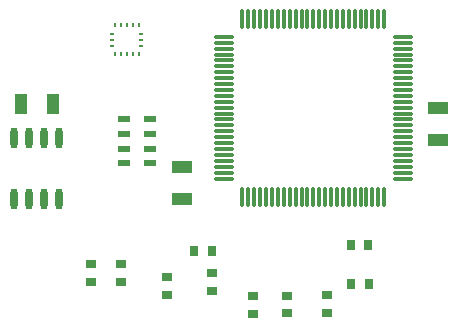
<source format=gtp>
%FSLAX24Y24*%
%MOIN*%
%SFA1B1*%

%IPPOS*%
%ADD10R,0.035400X0.027600*%
%ADD11R,0.027600X0.035400*%
%ADD12R,0.043300X0.066900*%
%ADD13R,0.066900X0.043300*%
%ADD14O,0.023600X0.070900*%
%ADD15O,0.070900X0.011800*%
%ADD16O,0.011800X0.070900*%
%ADD17R,0.043300X0.023600*%
%ADD18R,0.009800X0.013800*%
%ADD19R,0.013800X0.009800*%
%LNapdet-1*%
%LPD*%
G54D10*
X14793Y3661D03*
Y3071D03*
X12343Y3632D03*
Y3041D03*
X9449Y3691D03*
Y4281D03*
X13455Y3652D03*
Y3061D03*
X6939Y4695D03*
Y4104D03*
X10965Y4400D03*
Y3809D03*
X7923Y4705D03*
Y4114D03*
G54D11*
X10965Y5157D03*
X10374D03*
X15581Y5335D03*
X16171D03*
X15591Y4045D03*
X16181D03*
G54D12*
X4596Y10059D03*
X5659D03*
G54D13*
X9970Y6880D03*
Y7943D03*
X18494Y9911D03*
Y8848D03*
G54D14*
X4378Y6880D03*
X4878D03*
X5378D03*
X5878D03*
X4378Y8927D03*
X4878D03*
X5378D03*
X5878D03*
G54D15*
X17313Y7559D03*
Y7756D03*
Y7953D03*
Y8150D03*
Y8346D03*
Y8543D03*
Y8740D03*
Y8937D03*
Y9134D03*
Y9331D03*
Y9528D03*
Y9724D03*
Y9921D03*
Y10118D03*
Y10315D03*
Y10512D03*
Y10709D03*
Y10906D03*
Y11102D03*
Y11299D03*
Y11496D03*
Y11693D03*
Y11890D03*
Y12087D03*
Y12283D03*
X11368D03*
Y12087D03*
Y11890D03*
Y11693D03*
Y11496D03*
Y11299D03*
Y11102D03*
Y10906D03*
Y10709D03*
Y10512D03*
Y10315D03*
Y10118D03*
Y9921D03*
Y9724D03*
Y9528D03*
Y9331D03*
Y9134D03*
Y8937D03*
Y8740D03*
Y8543D03*
Y8346D03*
Y8150D03*
Y7953D03*
Y7756D03*
Y7559D03*
G54D16*
X16703Y12894D03*
X16506D03*
X16309D03*
X16112D03*
X15915D03*
X15719D03*
X15522D03*
X15325D03*
X15128D03*
X14931D03*
X14734D03*
X14537D03*
X14341D03*
X14144D03*
X13947D03*
X13750D03*
X13553D03*
X13356D03*
X13159D03*
X12963D03*
X12766D03*
X12569D03*
X12372D03*
X12175D03*
X11978D03*
Y6949D03*
X12175D03*
X12372D03*
X12569D03*
X12766D03*
X12963D03*
X13159D03*
X13356D03*
X13553D03*
X13750D03*
X13947D03*
X14144D03*
X14341D03*
X14537D03*
X14734D03*
X14931D03*
X15128D03*
X15325D03*
X15522D03*
X15719D03*
X15915D03*
X16112D03*
X16309D03*
X16506D03*
X16703D03*
G54D17*
X8022Y9537D03*
Y9045D03*
Y8553D03*
Y8061D03*
X8888D03*
Y8553D03*
Y9045D03*
Y9537D03*
G54D18*
X7726Y11703D03*
X7923D03*
X8120D03*
X8317D03*
X8514D03*
Y12667D03*
X8317D03*
X8120D03*
X7923D03*
X7726D03*
G54D19*
X8602Y11988D03*
Y12185D03*
Y12382D03*
X7638D03*
Y12185D03*
Y11988D03*
M02*
</source>
